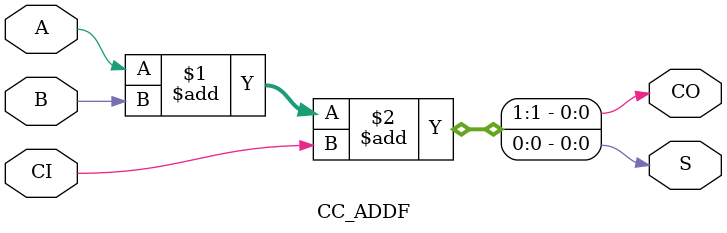
<source format=v>
module CC_ADDF (
	input  A, B, CI,
	output CO, S
);
	assign {CO, S} = A + B + CI;
endmodule
</source>
